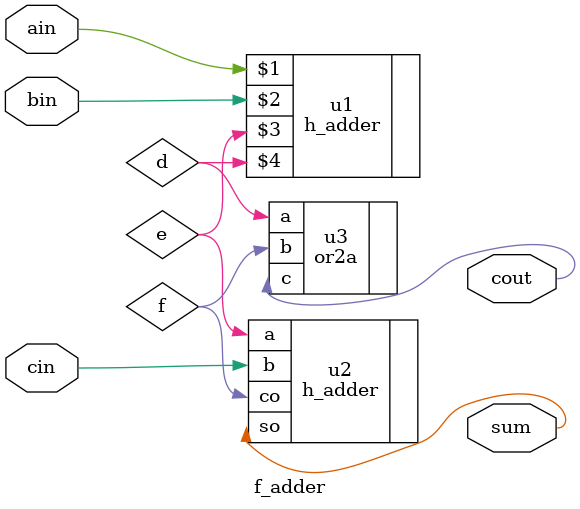
<source format=v>
module f_adder(ain,bin,cin,cout,sum);
	input ain,bin,cin;
	output cout,sum;
	wire e,d,f; //定义网线型变量用作内部元件间连线
	//使用位置关联法进行例化(不灵活，不推荐)
	h_adder u1( ain, bin, e, d );
	//使用端口名关联法(信号名映射法)进行例化，
	//格式：<模块元件名> <例化元件名>( .例化元件端口(例化元件外接端口名)， ...);
	//括号中的信号名是外部端口名，括号外带点的信号名是待连接的元件自己的端口名
	h_adder u2(.a(e), .so(sum), .b(cin), .co(f));
	or2a u3(.a(d), .b(f), .c(cout));
endmodule 
</source>
